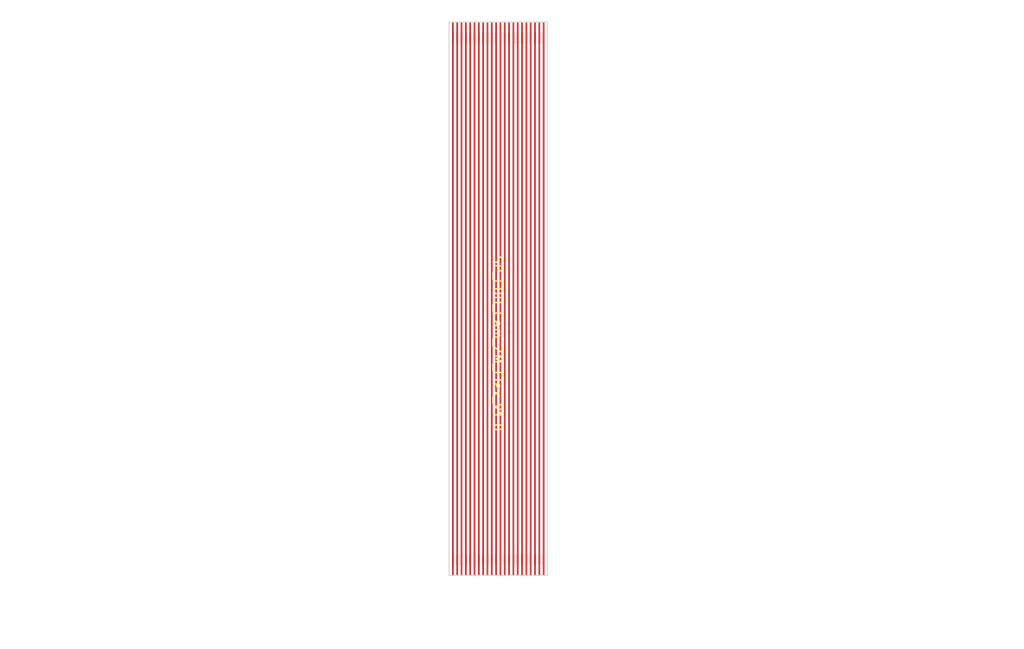
<source format=kicad_pcb>
(kicad_pcb (version 20240108) (generator "pcbnew") (generator_version "8.0")
  (layers (0 "F.Cu" signal) (31 "B.Cu" signal) (34 "B.Paste" user) (35 "F.Paste" user) (36 "B.SilkS" user "B.Silkscreen") (37 "F.SilkS" user "F.Silkscreen") (38 "B.Mask" user) (39 "F.Mask" user) (44 "Edge.Cuts" user))
  (net 0 "")
  (net 1 "1")
  (net 2 "2")
  (net 3 "3")
  (net 4 "4")
  (net 5 "5")
  (net 6 "6")
  (net 7 "7")
  (net 8 "8")
  (net 9 "9")
  (net 10 "10")
  (net 11 "11")
  (net 12 "12")
  (net 13 "13")
  (net 14 "14")
  (net 15 "15")
  (net 16 "16")
  (net 17 "17")
  (net 18 "18")
  (net 19 "19")
  (net 20 "20")
  (net 21 "21")
  (net 22 "22")
  (footprint "STS_connector:flex_con_edu" (layer "F.Cu") (at 130 136.1)
    (property "Reference" "J2" (hide yes))
    (property "Value" "Conn_01x22_Male")
    (pad "1" smd rect (at 0.45 -3.35) (size 0.2 2.4) (layers "F.Cu" "F.Paste" "F.Mask") (net 1 "1"))
    (pad "2" smd rect (at 0.95 -3.35) (size 0.2 2.4) (layers "F.Cu" "F.Paste" "F.Mask") (net 2 "2"))
    (pad "3" smd rect (at 1.45 -3.35) (size 0.2 2.4) (layers "F.Cu" "F.Paste" "F.Mask") (net 3 "3"))
    (pad "4" smd rect (at 1.95 -3.35) (size 0.2 2.4) (layers "F.Cu" "F.Paste" "F.Mask") (net 4 "4"))
    (pad "5" smd rect (at 2.45 -3.35) (size 0.2 2.4) (layers "F.Cu" "F.Paste" "F.Mask") (net 5 "5"))
    (pad "6" smd rect (at 2.95 -3.35) (size 0.2 2.4) (layers "F.Cu" "F.Paste" "F.Mask") (net 6 "6"))
    (pad "7" smd rect (at 3.45 -3.35) (size 0.2 2.4) (layers "F.Cu" "F.Paste" "F.Mask") (net 7 "7"))
    (pad "8" smd rect (at 3.95 -3.35) (size 0.2 2.4) (layers "F.Cu" "F.Paste" "F.Mask") (net 8 "8"))
    (pad "9" smd rect (at 4.45 -3.35) (size 0.2 2.4) (layers "F.Cu" "F.Paste" "F.Mask") (net 9 "9"))
    (pad "10" smd rect (at 4.95 -3.35) (size 0.2 2.4) (layers "F.Cu" "F.Paste" "F.Mask") (net 10 "10"))
    (pad "11" smd rect (at 5.45 -3.35) (size 0.2 2.4) (layers "F.Cu" "F.Paste" "F.Mask") (net 11 "11"))
    (pad "12" smd rect (at 5.95 -3.35) (size 0.2 2.4) (layers "F.Cu" "F.Paste" "F.Mask") (net 12 "12"))
    (pad "13" smd rect (at 6.45 -3.35) (size 0.2 2.4) (layers "F.Cu" "F.Paste" "F.Mask") (net 13 "13"))
    (pad "14" smd rect (at 6.95 -3.35) (size 0.2 2.4) (layers "F.Cu" "F.Paste" "F.Mask") (net 14 "14"))
    (pad "15" smd rect (at 7.45 -3.35) (size 0.2 2.4) (layers "F.Cu" "F.Paste" "F.Mask") (net 15 "15"))
    (pad "16" smd rect (at 7.95 -3.35) (size 0.2 2.4) (layers "F.Cu" "F.Paste" "F.Mask") (net 16 "16"))
    (pad "17" smd rect (at 8.45 -3.35) (size 0.2 2.4) (layers "F.Cu" "F.Paste" "F.Mask") (net 17 "17"))
    (pad "18" smd rect (at 8.95 -3.35) (size 0.2 2.4) (layers "F.Cu" "F.Paste" "F.Mask") (net 18 "18"))
    (pad "19" smd rect (at 9.45 -3.35) (size 0.2 2.4) (layers "F.Cu" "F.Paste" "F.Mask") (net 19 "19"))
    (pad "20" smd rect (at 9.95 -3.35) (size 0.2 2.4) (layers "F.Cu" "F.Paste" "F.Mask") (net 20 "20"))
    (pad "21" smd rect (at 10.45 -3.35) (size 0.2 2.4) (layers "F.Cu" "F.Paste" "F.Mask") (net 21 "21"))
    (pad "22" smd rect (at 10.95 -3.35) (size 0.2 2.4) (layers "F.Cu" "F.Paste" "F.Mask") (net 22 "22"))
  )
  (footprint "STS_connector:flex_con_edu" (layer "F.Cu") (at 130 74.6)
    (property "Reference" "J1" (hide yes))
    (property "Value" "Conn_01x22_Male")
    (pad "1" smd rect (at 0.45 -3.35) (size 0.2 2.4) (layers "F.Cu" "F.Paste" "F.Mask") (net 1 "1"))
    (pad "2" smd rect (at 0.95 -3.35) (size 0.2 2.4) (layers "F.Cu" "F.Paste" "F.Mask") (net 2 "2"))
    (pad "3" smd rect (at 1.45 -3.35) (size 0.2 2.4) (layers "F.Cu" "F.Paste" "F.Mask") (net 3 "3"))
    (pad "4" smd rect (at 1.95 -3.35) (size 0.2 2.4) (layers "F.Cu" "F.Paste" "F.Mask") (net 4 "4"))
    (pad "5" smd rect (at 2.45 -3.35) (size 0.2 2.4) (layers "F.Cu" "F.Paste" "F.Mask") (net 5 "5"))
    (pad "6" smd rect (at 2.95 -3.35) (size 0.2 2.4) (layers "F.Cu" "F.Paste" "F.Mask") (net 6 "6"))
    (pad "7" smd rect (at 3.45 -3.35) (size 0.2 2.4) (layers "F.Cu" "F.Paste" "F.Mask") (net 7 "7"))
    (pad "8" smd rect (at 3.95 -3.35) (size 0.2 2.4) (layers "F.Cu" "F.Paste" "F.Mask") (net 8 "8"))
    (pad "9" smd rect (at 4.45 -3.35) (size 0.2 2.4) (layers "F.Cu" "F.Paste" "F.Mask") (net 9 "9"))
    (pad "10" smd rect (at 4.95 -3.35) (size 0.2 2.4) (layers "F.Cu" "F.Paste" "F.Mask") (net 10 "10"))
    (pad "11" smd rect (at 5.45 -3.35) (size 0.2 2.4) (layers "F.Cu" "F.Paste" "F.Mask") (net 11 "11"))
    (pad "12" smd rect (at 5.95 -3.35) (size 0.2 2.4) (layers "F.Cu" "F.Paste" "F.Mask") (net 12 "12"))
    (pad "13" smd rect (at 6.45 -3.35) (size 0.2 2.4) (layers "F.Cu" "F.Paste" "F.Mask") (net 13 "13"))
    (pad "14" smd rect (at 6.95 -3.35) (size 0.2 2.4) (layers "F.Cu" "F.Paste" "F.Mask") (net 14 "14"))
    (pad "15" smd rect (at 7.45 -3.35) (size 0.2 2.4) (layers "F.Cu" "F.Paste" "F.Mask") (net 15 "15"))
    (pad "16" smd rect (at 7.95 -3.35) (size 0.2 2.4) (layers "F.Cu" "F.Paste" "F.Mask") (net 16 "16"))
    (pad "17" smd rect (at 8.45 -3.35) (size 0.2 2.4) (layers "F.Cu" "F.Paste" "F.Mask") (net 17 "17"))
    (pad "18" smd rect (at 8.95 -3.35) (size 0.2 2.4) (layers "F.Cu" "F.Paste" "F.Mask") (net 18 "18"))
    (pad "19" smd rect (at 9.45 -3.35) (size 0.2 2.4) (layers "F.Cu" "F.Paste" "F.Mask") (net 19 "19"))
    (pad "20" smd rect (at 9.95 -3.35) (size 0.2 2.4) (layers "F.Cu" "F.Paste" "F.Mask") (net 20 "20"))
    (pad "21" smd rect (at 10.45 -3.35) (size 0.2 2.4) (layers "F.Cu" "F.Paste" "F.Mask") (net 21 "21"))
    (pad "22" smd rect (at 10.95 -3.35) (size 0.2 2.4) (layers "F.Cu" "F.Paste" "F.Mask") (net 22 "22"))
  )
  (gr_line (start 130 69.98) (end 141.4 69.98) (stroke (width 0.1)) (layer "Edge.Cuts"))
  (gr_line (start 141.4 134) (end 141.4 70) (stroke (width 0.1)) (layer "Edge.Cuts"))
  (gr_line (start 130 134) (end 130 70) (stroke (width 0.1)) (layer "Edge.Cuts"))
  (gr_line (start 130 134) (end 141.4 134) (stroke (width 0.1)) (layer "Edge.Cuts"))
  (gr_text "SP_EDU_Cam_ZM_Flex_V1.0" (at 135.05 96.9 -90) (layer "F.SilkS") (effects (font (size 1 1)) (justify left bottom)))
  (segment (start 130.45 71.25) (end 130.45 132.75) (width 0.2) (layer "F.Cu") (net 1))
  (segment (start 130.95 132.75) (end 130.95 71.25) (width 0.2) (layer "F.Cu") (net 2))
  (segment (start 131.45 71.25) (end 131.45 132.75) (width 0.2) (layer "F.Cu") (net 3))
  (segment (start 131.95 132.75) (end 131.95 71.25) (width 0.2) (layer "F.Cu") (net 4))
  (segment (start 132.45 71.25) (end 132.45 132.75) (width 0.2) (layer "F.Cu") (net 5))
  (segment (start 132.95 132.75) (end 132.95 71.25) (width 0.2) (layer "F.Cu") (net 6))
  (segment (start 133.45 71.25) (end 133.45 132.75) (width 0.2) (layer "F.Cu") (net 7))
  (segment (start 133.95 132.75) (end 133.95 71.25) (width 0.2) (layer "F.Cu") (net 8))
  (segment (start 134.45 71.25) (end 134.45 132.75) (width 0.2) (layer "F.Cu") (net 9))
  (segment (start 134.95 132.75) (end 134.95 71.25) (width 0.2) (layer "F.Cu") (net 10))
  (segment (start 135.45 71.25) (end 135.45 132.75) (width 0.2) (layer "F.Cu") (net 11))
  (segment (start 135.95 132.75) (end 135.95 71.25) (width 0.2) (layer "F.Cu") (net 12))
  (segment (start 136.45 71.25) (end 136.45 132.75) (width 0.2) (layer "F.Cu") (net 13))
  (segment (start 136.95 132.75) (end 136.95 71.25) (width 0.2) (layer "F.Cu") (net 14))
  (segment (start 137.45 71.25) (end 137.45 132.75) (width 0.2) (layer "F.Cu") (net 15))
  (segment (start 137.95 132.75) (end 137.95 71.25) (width 0.2) (layer "F.Cu") (net 16))
  (segment (start 138.45 71.25) (end 138.45 132.75) (width 0.2) (layer "F.Cu") (net 17))
  (segment (start 138.95 132.75) (end 138.95 71.25) (width 0.2) (layer "F.Cu") (net 18))
  (segment (start 139.45 71.25) (end 139.45 132.75) (width 0.2) (layer "F.Cu") (net 19))
  (segment (start 139.95 132.75) (end 139.95 71.25) (width 0.2) (layer "F.Cu") (net 20))
  (segment (start 140.45 71.25) (end 140.45 132.75) (width 0.2) (layer "F.Cu") (net 21))
  (segment (start 140.95 132.75) (end 140.95 71.25) (width 0.2) (layer "F.Cu") (net 22))
)
</source>
